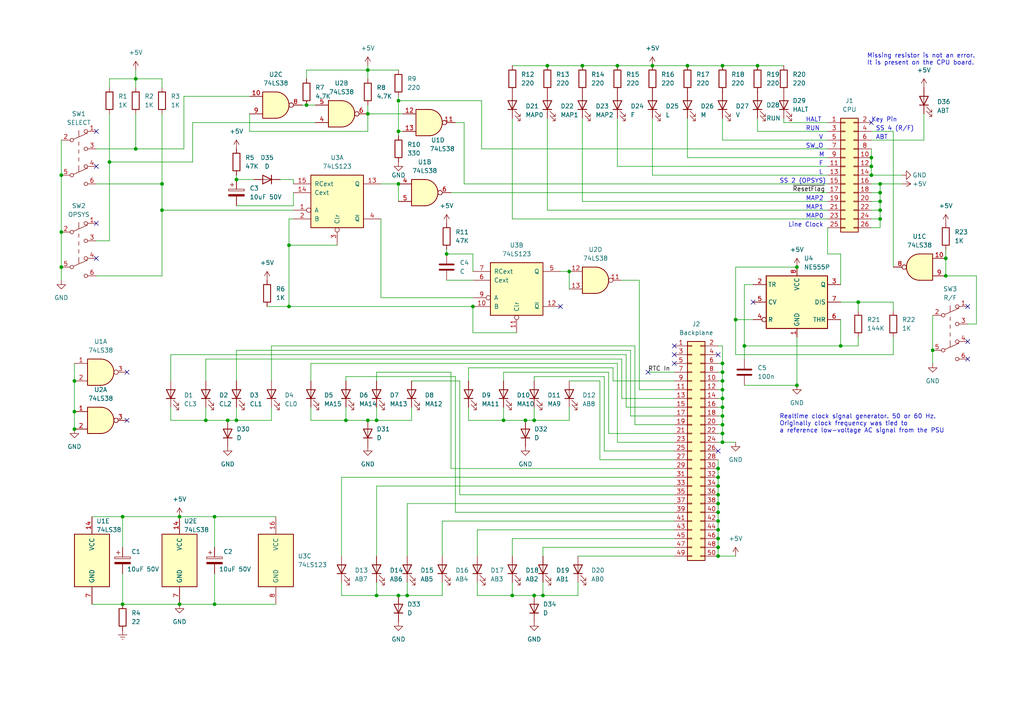
<source format=kicad_sch>
(kicad_sch (version 20211123) (generator eeschema)
  (paper "A4")
  (junction (at 68.58 121.92))
  (junction (at 208.28 146.05))
  (junction (at 137.16 88.9))
  (junction (at 209.55 110.49))
  (junction (at 21.59 110.49))
  (junction (at 209.55 19.05))
  (junction (at 168.91 19.05))
  (junction (at 109.22 172.72))
  (junction (at 31.75 46.99))
  (junction (at 209.55 120.65))
  (junction (at 255.27 55.88))
  (junction (at 209.55 113.03))
  (junction (at 106.68 33.02))
  (junction (at 274.32 80.01))
  (junction (at 52.07 149.86))
  (junction (at 199.39 19.05))
  (junction (at 83.82 71.12))
  (junction (at 46.99 53.34))
  (junction (at 208.28 158.75))
  (junction (at 88.9 30.48))
  (junction (at 17.78 50.8))
  (junction (at 21.59 124.46))
  (junction (at 83.82 88.9))
  (junction (at 109.22 121.92))
  (junction (at 255.27 63.5))
  (junction (at 208.28 143.51))
  (junction (at 252.73 45.72))
  (junction (at 35.56 149.86))
  (junction (at 157.48 172.72))
  (junction (at 129.54 73.66))
  (junction (at 35.56 175.26))
  (junction (at 152.4 121.92))
  (junction (at 270.51 101.6))
  (junction (at 208.28 140.97))
  (junction (at 209.55 107.95))
  (junction (at 219.71 19.05))
  (junction (at 255.27 58.42))
  (junction (at 189.23 19.05))
  (junction (at 209.55 115.57))
  (junction (at 106.68 20.32))
  (junction (at 148.59 172.72))
  (junction (at 154.94 172.72))
  (junction (at 17.78 77.47))
  (junction (at 208.28 138.43))
  (junction (at 68.58 52.07))
  (junction (at 209.55 125.73))
  (junction (at 208.28 156.21))
  (junction (at 21.59 119.38))
  (junction (at 179.07 19.05))
  (junction (at 208.28 151.13))
  (junction (at 118.11 172.72))
  (junction (at 231.14 77.47))
  (junction (at 115.57 38.1))
  (junction (at 209.55 118.11))
  (junction (at 115.57 29.21))
  (junction (at 255.27 53.34))
  (junction (at 215.9 100.33))
  (junction (at 66.04 121.92))
  (junction (at 158.75 19.05))
  (junction (at 146.05 121.92))
  (junction (at 115.57 53.34))
  (junction (at 274.32 74.93))
  (junction (at 231.14 111.76))
  (junction (at 208.28 153.67))
  (junction (at 17.78 67.31))
  (junction (at 208.28 148.59))
  (junction (at 62.23 175.26))
  (junction (at 154.94 121.92))
  (junction (at 209.55 105.41))
  (junction (at 39.37 43.18))
  (junction (at 252.73 50.8))
  (junction (at 115.57 172.72))
  (junction (at 248.92 87.63))
  (junction (at 213.36 92.71))
  (junction (at 100.33 121.92))
  (junction (at 252.73 48.26))
  (junction (at 52.07 175.26))
  (junction (at 46.99 60.96))
  (junction (at 165.1 78.74))
  (junction (at 59.69 121.92))
  (junction (at 243.84 100.33))
  (junction (at 62.23 149.86))
  (junction (at 209.55 123.19))
  (junction (at 255.27 60.96))
  (junction (at 208.28 161.29))
  (junction (at 209.55 128.27))
  (junction (at 39.37 22.86))
  (junction (at 106.68 121.92))
  (junction (at 208.28 135.89))
  (no_connect (at 208.28 130.81))
  (no_connect (at 280.67 88.9))
  (no_connect (at 218.44 87.63))
  (no_connect (at 280.67 99.06))
  (no_connect (at 195.58 105.41))
  (no_connect (at 208.28 102.87))
  (no_connect (at 162.56 88.9))
  (no_connect (at 36.83 121.92))
  (no_connect (at 280.67 104.14))
  (no_connect (at 27.94 48.26))
  (no_connect (at 27.94 38.1))
  (no_connect (at 195.58 100.33))
  (no_connect (at 36.83 107.95))
  (no_connect (at 252.73 35.56))
  (no_connect (at 27.94 64.77))
  (no_connect (at 27.94 74.93))
  (no_connect (at 187.96 107.95))
  (no_connect (at 195.58 102.87))
  (wire (pts (xy 209.55 123.19) (xy 209.55 120.65)))
  (wire (pts (xy 109.22 172.72) (xy 115.57 172.72)))
  (wire (pts (xy 26.67 175.26) (xy 35.56 175.26)))
  (wire (pts (xy 209.55 110.49) (xy 209.55 107.95)))
  (wire (pts (xy 72.39 38.1) (xy 106.68 38.1)))
  (wire (pts (xy 209.55 100.33) (xy 208.28 100.33)))
  (wire (pts (xy 176.53 125.73) (xy 176.53 107.95)))
  (wire (pts (xy 31.75 22.86) (xy 31.75 25.4)))
  (wire (pts (xy 83.82 88.9) (xy 83.82 71.12)))
  (wire (pts (xy 208.28 153.67) (xy 208.28 156.21)))
  (wire (pts (xy 130.81 55.88) (xy 240.03 55.88)))
  (wire (pts (xy 209.55 120.65) (xy 209.55 118.11)))
  (wire (pts (xy 152.4 121.92) (xy 154.94 121.92)))
  (wire (pts (xy 209.55 19.05) (xy 219.71 19.05)))
  (wire (pts (xy 100.33 118.11) (xy 100.33 121.92)))
  (wire (pts (xy 83.82 71.12) (xy 83.82 63.5)))
  (wire (pts (xy 27.94 43.18) (xy 39.37 43.18)))
  (wire (pts (xy 85.09 52.07) (xy 81.28 52.07)))
  (wire (pts (xy 21.59 119.38) (xy 21.59 124.46)))
  (wire (pts (xy 199.39 45.72) (xy 199.39 34.29)))
  (wire (pts (xy 175.26 109.22) (xy 154.94 109.22)))
  (wire (pts (xy 209.55 128.27) (xy 213.36 128.27)))
  (wire (pts (xy 255.27 63.5) (xy 255.27 66.04)))
  (wire (pts (xy 215.9 82.55) (xy 215.9 100.33)))
  (wire (pts (xy 274.32 74.93) (xy 274.32 80.01)))
  (wire (pts (xy 195.58 115.57) (xy 180.34 115.57)))
  (wire (pts (xy 255.27 58.42) (xy 255.27 60.96)))
  (wire (pts (xy 99.06 172.72) (xy 109.22 172.72)))
  (wire (pts (xy 115.57 29.21) (xy 139.7 29.21)))
  (wire (pts (xy 87.63 30.48) (xy 88.9 30.48)))
  (wire (pts (xy 62.23 175.26) (xy 80.01 175.26)))
  (wire (pts (xy 195.58 138.43) (xy 99.06 138.43)))
  (wire (pts (xy 138.43 172.72) (xy 148.59 172.72)))
  (wire (pts (xy 135.89 118.11) (xy 135.89 121.92)))
  (wire (pts (xy 68.58 50.8) (xy 68.58 52.07)))
  (wire (pts (xy 165.1 121.92) (xy 165.1 118.11)))
  (wire (pts (xy 68.58 52.07) (xy 73.66 52.07)))
  (wire (pts (xy 252.73 43.18) (xy 252.73 45.72)))
  (wire (pts (xy 49.53 121.92) (xy 59.69 121.92)))
  (wire (pts (xy 137.16 88.9) (xy 137.16 96.52)))
  (wire (pts (xy 243.84 100.33) (xy 248.92 100.33)))
  (wire (pts (xy 209.55 128.27) (xy 209.55 125.73)))
  (wire (pts (xy 135.89 106.68) (xy 135.89 110.49)))
  (wire (pts (xy 146.05 107.95) (xy 146.05 110.49)))
  (wire (pts (xy 31.75 33.02) (xy 31.75 46.99)))
  (wire (pts (xy 135.89 121.92) (xy 146.05 121.92)))
  (wire (pts (xy 83.82 88.9) (xy 137.16 88.9)))
  (wire (pts (xy 106.68 30.48) (xy 106.68 33.02)))
  (wire (pts (xy 185.42 81.28) (xy 185.42 113.03)))
  (wire (pts (xy 118.11 146.05) (xy 118.11 161.29)))
  (wire (pts (xy 195.58 118.11) (xy 181.61 118.11)))
  (wire (pts (xy 240.03 60.96) (xy 158.75 60.96)))
  (wire (pts (xy 168.91 58.42) (xy 168.91 34.29)))
  (wire (pts (xy 90.17 118.11) (xy 90.17 121.92)))
  (wire (pts (xy 179.07 19.05) (xy 189.23 19.05)))
  (wire (pts (xy 148.59 63.5) (xy 148.59 34.29)))
  (wire (pts (xy 208.28 120.65) (xy 209.55 120.65)))
  (wire (pts (xy 154.94 121.92) (xy 165.1 121.92)))
  (wire (pts (xy 255.27 60.96) (xy 252.73 60.96)))
  (wire (pts (xy 195.58 135.89) (xy 130.81 135.89)))
  (wire (pts (xy 139.7 43.18) (xy 240.03 43.18)))
  (wire (pts (xy 39.37 20.32) (xy 39.37 22.86)))
  (wire (pts (xy 199.39 19.05) (xy 209.55 19.05)))
  (wire (pts (xy 62.23 175.26) (xy 62.23 166.37)))
  (wire (pts (xy 208.28 110.49) (xy 209.55 110.49)))
  (wire (pts (xy 208.28 143.51) (xy 208.28 146.05)))
  (wire (pts (xy 129.54 72.39) (xy 129.54 73.66)))
  (wire (pts (xy 31.75 46.99) (xy 55.88 46.99)))
  (wire (pts (xy 189.23 19.05) (xy 199.39 19.05)))
  (wire (pts (xy 167.64 172.72) (xy 167.64 168.91)))
  (wire (pts (xy 208.28 105.41) (xy 209.55 105.41)))
  (wire (pts (xy 99.06 138.43) (xy 99.06 161.29)))
  (wire (pts (xy 209.55 40.64) (xy 209.55 34.29)))
  (wire (pts (xy 176.53 107.95) (xy 146.05 107.95)))
  (wire (pts (xy 270.51 91.44) (xy 270.51 101.6)))
  (wire (pts (xy 148.59 156.21) (xy 148.59 161.29)))
  (wire (pts (xy 240.03 66.04) (xy 240.03 73.66)))
  (wire (pts (xy 179.07 48.26) (xy 179.07 34.29)))
  (wire (pts (xy 180.34 115.57) (xy 180.34 104.14)))
  (wire (pts (xy 158.75 60.96) (xy 158.75 34.29)))
  (wire (pts (xy 173.99 133.35) (xy 195.58 133.35)))
  (wire (pts (xy 208.28 125.73) (xy 209.55 125.73)))
  (wire (pts (xy 185.42 81.28) (xy 180.34 81.28)))
  (wire (pts (xy 179.07 128.27) (xy 179.07 105.41)))
  (wire (pts (xy 90.17 121.92) (xy 100.33 121.92)))
  (wire (pts (xy 208.28 135.89) (xy 208.28 138.43)))
  (wire (pts (xy 109.22 121.92) (xy 119.38 121.92)))
  (wire (pts (xy 154.94 109.22) (xy 154.94 110.49)))
  (wire (pts (xy 243.84 92.71) (xy 243.84 100.33)))
  (wire (pts (xy 146.05 121.92) (xy 152.4 121.92)))
  (wire (pts (xy 162.56 78.74) (xy 165.1 78.74)))
  (wire (pts (xy 55.88 35.56) (xy 91.44 35.56)))
  (wire (pts (xy 99.06 168.91) (xy 99.06 172.72)))
  (wire (pts (xy 240.03 63.5) (xy 148.59 63.5)))
  (wire (pts (xy 213.36 92.71) (xy 213.36 102.87)))
  (wire (pts (xy 129.54 73.66) (xy 137.16 73.66)))
  (wire (pts (xy 68.58 59.69) (xy 85.09 59.69)))
  (wire (pts (xy 52.07 149.86) (xy 62.23 149.86)))
  (wire (pts (xy 78.74 121.92) (xy 78.74 118.11)))
  (wire (pts (xy 252.73 48.26) (xy 252.73 50.8)))
  (wire (pts (xy 181.61 102.87) (xy 49.53 102.87)))
  (wire (pts (xy 209.55 118.11) (xy 209.55 115.57)))
  (wire (pts (xy 128.27 151.13) (xy 128.27 161.29)))
  (wire (pts (xy 274.32 72.39) (xy 274.32 74.93)))
  (wire (pts (xy 90.17 105.41) (xy 90.17 110.49)))
  (wire (pts (xy 132.08 148.59) (xy 132.08 109.22)))
  (wire (pts (xy 208.28 128.27) (xy 209.55 128.27)))
  (wire (pts (xy 252.73 40.64) (xy 267.97 40.64)))
  (wire (pts (xy 182.88 120.65) (xy 195.58 120.65)))
  (wire (pts (xy 243.84 87.63) (xy 248.92 87.63)))
  (wire (pts (xy 130.81 107.95) (xy 109.22 107.95)))
  (wire (pts (xy 255.27 55.88) (xy 255.27 58.42)))
  (wire (pts (xy 27.94 53.34) (xy 46.99 53.34)))
  (wire (pts (xy 46.99 60.96) (xy 46.99 80.01)))
  (wire (pts (xy 227.33 35.56) (xy 227.33 34.29)))
  (wire (pts (xy 240.03 40.64) (xy 209.55 40.64)))
  (wire (pts (xy 255.27 53.34) (xy 252.73 53.34)))
  (wire (pts (xy 46.99 33.02) (xy 46.99 53.34)))
  (wire (pts (xy 208.28 115.57) (xy 209.55 115.57)))
  (wire (pts (xy 195.58 140.97) (xy 109.22 140.97)))
  (wire (pts (xy 195.58 153.67) (xy 138.43 153.67)))
  (wire (pts (xy 109.22 107.95) (xy 109.22 110.49)))
  (wire (pts (xy 26.67 149.86) (xy 35.56 149.86)))
  (wire (pts (xy 208.28 151.13) (xy 208.28 153.67)))
  (wire (pts (xy 49.53 102.87) (xy 49.53 110.49)))
  (wire (pts (xy 115.57 38.1) (xy 116.84 38.1)))
  (wire (pts (xy 209.55 105.41) (xy 209.55 100.33)))
  (wire (pts (xy 35.56 166.37) (xy 35.56 175.26)))
  (wire (pts (xy 243.84 73.66) (xy 243.84 82.55)))
  (wire (pts (xy 270.51 101.6) (xy 270.51 105.41)))
  (wire (pts (xy 283.21 93.98) (xy 283.21 80.01)))
  (wire (pts (xy 180.34 104.14) (xy 59.69 104.14)))
  (wire (pts (xy 208.28 158.75) (xy 208.28 161.29)))
  (wire (pts (xy 215.9 111.76) (xy 231.14 111.76)))
  (wire (pts (xy 148.59 172.72) (xy 154.94 172.72)))
  (wire (pts (xy 106.68 20.32) (xy 106.68 22.86)))
  (wire (pts (xy 21.59 105.41) (xy 21.59 110.49)))
  (wire (pts (xy 195.58 156.21) (xy 148.59 156.21)))
  (wire (pts (xy 77.47 88.9) (xy 83.82 88.9)))
  (wire (pts (xy 209.55 125.73) (xy 209.55 123.19)))
  (wire (pts (xy 219.71 38.1) (xy 240.03 38.1)))
  (wire (pts (xy 227.33 35.56) (xy 240.03 35.56)))
  (wire (pts (xy 119.38 110.49) (xy 133.35 110.49)))
  (wire (pts (xy 195.58 151.13) (xy 128.27 151.13)))
  (wire (pts (xy 132.08 109.22) (xy 100.33 109.22)))
  (wire (pts (xy 115.57 27.94) (xy 115.57 29.21)))
  (wire (pts (xy 62.23 149.86) (xy 62.23 158.75)))
  (wire (pts (xy 240.03 58.42) (xy 168.91 58.42)))
  (wire (pts (xy 208.28 140.97) (xy 208.28 143.51)))
  (wire (pts (xy 195.58 146.05) (xy 118.11 146.05)))
  (wire (pts (xy 138.43 153.67) (xy 138.43 161.29)))
  (wire (pts (xy 83.82 71.12) (xy 97.79 71.12)))
  (wire (pts (xy 148.59 19.05) (xy 158.75 19.05)))
  (wire (pts (xy 115.57 38.1) (xy 115.57 39.37)))
  (wire (pts (xy 283.21 80.01) (xy 274.32 80.01)))
  (wire (pts (xy 148.59 168.91) (xy 148.59 172.72)))
  (wire (pts (xy 158.75 19.05) (xy 168.91 19.05)))
  (wire (pts (xy 208.28 133.35) (xy 208.28 135.89)))
  (wire (pts (xy 59.69 104.14) (xy 59.69 110.49)))
  (wire (pts (xy 106.68 19.05) (xy 106.68 20.32)))
  (wire (pts (xy 248.92 90.17) (xy 248.92 87.63)))
  (wire (pts (xy 21.59 110.49) (xy 21.59 119.38)))
  (wire (pts (xy 209.55 113.03) (xy 209.55 110.49)))
  (wire (pts (xy 248.92 87.63) (xy 259.08 87.63)))
  (wire (pts (xy 46.99 53.34) (xy 46.99 60.96)))
  (wire (pts (xy 255.27 58.42) (xy 252.73 58.42)))
  (wire (pts (xy 208.28 123.19) (xy 209.55 123.19)))
  (wire (pts (xy 181.61 118.11) (xy 181.61 102.87)))
  (wire (pts (xy 133.35 143.51) (xy 195.58 143.51)))
  (wire (pts (xy 88.9 20.32) (xy 88.9 22.86)))
  (wire (pts (xy 231.14 111.76) (xy 231.14 97.79)))
  (wire (pts (xy 240.03 53.34) (xy 134.62 53.34)))
  (wire (pts (xy 46.99 22.86) (xy 46.99 25.4)))
  (wire (pts (xy 68.58 121.92) (xy 78.74 121.92)))
  (wire (pts (xy 259.08 87.63) (xy 259.08 90.17)))
  (wire (pts (xy 115.57 29.21) (xy 115.57 38.1)))
  (wire (pts (xy 17.78 50.8) (xy 17.78 67.31)))
  (wire (pts (xy 66.04 121.92) (xy 68.58 121.92)))
  (wire (pts (xy 218.44 82.55) (xy 215.9 82.55)))
  (wire (pts (xy 177.8 110.49) (xy 177.8 106.68)))
  (wire (pts (xy 208.28 161.29) (xy 213.36 161.29)))
  (wire (pts (xy 100.33 121.92) (xy 106.68 121.92)))
  (wire (pts (xy 149.86 96.52) (xy 137.16 96.52)))
  (wire (pts (xy 106.68 38.1) (xy 106.68 33.02)))
  (wire (pts (xy 219.71 19.05) (xy 227.33 19.05)))
  (wire (pts (xy 139.7 29.21) (xy 139.7 43.18)))
  (wire (pts (xy 267.97 33.02) (xy 267.97 40.64)))
  (wire (pts (xy 31.75 22.86) (xy 39.37 22.86)))
  (wire (pts (xy 68.58 101.6) (xy 68.58 110.49)))
  (wire (pts (xy 208.28 113.03) (xy 209.55 113.03)))
  (wire (pts (xy 195.58 113.03) (xy 185.42 113.03)))
  (wire (pts (xy 195.58 130.81) (xy 175.26 130.81)))
  (wire (pts (xy 31.75 46.99) (xy 31.75 69.85)))
  (wire (pts (xy 240.03 73.66) (xy 243.84 73.66)))
  (wire (pts (xy 240.03 48.26) (xy 179.07 48.26)))
  (wire (pts (xy 209.55 107.95) (xy 209.55 105.41)))
  (wire (pts (xy 133.35 143.51) (xy 133.35 110.49)))
  (wire (pts (xy 118.11 172.72) (xy 128.27 172.72)))
  (wire (pts (xy 154.94 172.72) (xy 157.48 172.72)))
  (wire (pts (xy 85.09 59.69) (xy 85.09 55.88)))
  (wire (pts (xy 110.49 86.36) (xy 110.49 63.5)))
  (wire (pts (xy 146.05 118.11) (xy 146.05 121.92)))
  (wire (pts (xy 78.74 100.33) (xy 78.74 110.49)))
  (wire (pts (xy 184.15 100.33) (xy 78.74 100.33)))
  (wire (pts (xy 59.69 121.92) (xy 66.04 121.92)))
  (wire (pts (xy 255.27 63.5) (xy 252.73 63.5)))
  (wire (pts (xy 119.38 121.92) (xy 119.38 118.11)))
  (wire (pts (xy 83.82 63.5) (xy 85.09 63.5)))
  (wire (pts (xy 100.33 109.22) (xy 100.33 110.49)))
  (wire (pts (xy 85.09 53.34) (xy 85.09 52.07)))
  (wire (pts (xy 129.54 81.28) (xy 137.16 81.28)))
  (wire (pts (xy 255.27 53.34) (xy 261.62 53.34)))
  (wire (pts (xy 255.27 53.34) (xy 255.27 55.88)))
  (wire (pts (xy 208.28 148.59) (xy 208.28 151.13)))
  (wire (pts (xy 168.91 19.05) (xy 179.07 19.05)))
  (wire (pts (xy 213.36 77.47) (xy 213.36 92.71)))
  (wire (pts (xy 106.68 20.32) (xy 115.57 20.32)))
  (wire (pts (xy 195.58 158.75) (xy 157.48 158.75)))
  (wire (pts (xy 187.96 107.95) (xy 195.58 107.95)))
  (wire (pts (xy 195.58 110.49) (xy 177.8 110.49)))
  (wire (pts (xy 59.69 118.11) (xy 59.69 121.92)))
  (wire (pts (xy 132.08 35.56) (xy 134.62 35.56)))
  (wire (pts (xy 68.58 101.6) (xy 182.88 101.6)))
  (wire (pts (xy 208.28 118.11) (xy 209.55 118.11)))
  (wire (pts (xy 109.22 140.97) (xy 109.22 161.29)))
  (wire (pts (xy 118.11 168.91) (xy 118.11 172.72)))
  (wire (pts (xy 213.36 92.71) (xy 218.44 92.71)))
  (wire (pts (xy 46.99 60.96) (xy 85.09 60.96)))
  (wire (pts (xy 128.27 172.72) (xy 128.27 168.91)))
  (wire (pts (xy 259.08 102.87) (xy 213.36 102.87)))
  (wire (pts (xy 209.55 115.57) (xy 209.55 113.03)))
  (wire (pts (xy 137.16 73.66) (xy 137.16 78.74)))
  (wire (pts (xy 231.14 77.47) (xy 213.36 77.47)))
  (wire (pts (xy 31.75 69.85) (xy 27.94 69.85)))
  (wire (pts (xy 35.56 149.86) (xy 52.07 149.86)))
  (wire (pts (xy 17.78 77.47) (xy 17.78 81.28)))
  (wire (pts (xy 157.48 172.72) (xy 167.64 172.72)))
  (wire (pts (xy 208.28 138.43) (xy 208.28 140.97)))
  (wire (pts (xy 72.39 33.02) (xy 72.39 38.1)))
  (wire (pts (xy 173.99 110.49) (xy 165.1 110.49)))
  (wire (pts (xy 88.9 20.32) (xy 106.68 20.32)))
  (wire (pts (xy 17.78 67.31) (xy 17.78 77.47)))
  (wire (pts (xy 109.22 168.91) (xy 109.22 172.72)))
  (wire (pts (xy 109.22 118.11) (xy 109.22 121.92)))
  (wire (pts (xy 157.48 168.91) (xy 157.48 172.72)))
  (wire (pts (xy 68.58 118.11) (xy 68.58 121.92)))
  (wire (pts (xy 215.9 100.33) (xy 215.9 104.14)))
  (wire (pts (xy 255.27 66.04) (xy 252.73 66.04)))
  (wire (pts (xy 52.07 175.26) (xy 62.23 175.26)))
  (wire (pts (xy 215.9 100.33) (xy 243.84 100.33)))
  (wire (pts (xy 88.9 30.48) (xy 91.44 30.48)))
  (wire (pts (xy 154.94 118.11) (xy 154.94 121.92)))
  (wire (pts (xy 49.53 118.11) (xy 49.53 121.92)))
  (wire (pts (xy 55.88 35.56) (xy 55.88 46.99)))
  (wire (pts (xy 252.73 50.8) (xy 261.62 50.8)))
  (wire (pts (xy 182.88 101.6) (xy 182.88 120.65)))
  (wire (pts (xy 165.1 78.74) (xy 165.1 83.82)))
  (wire (pts (xy 138.43 168.91) (xy 138.43 172.72)))
  (wire (pts (xy 208.28 107.95) (xy 209.55 107.95)))
  (wire (pts (xy 240.03 45.72) (xy 199.39 45.72)))
  (wire (pts (xy 167.64 161.29) (xy 195.58 161.29)))
  (wire (pts (xy 39.37 22.86) (xy 39.37 25.4)))
  (wire (pts (xy 115.57 53.34) (xy 115.57 58.42)))
  (wire (pts (xy 195.58 148.59) (xy 132.08 148.59)))
  (wire (pts (xy 255.27 60.96) (xy 255.27 63.5)))
  (wire (pts (xy 39.37 43.18) (xy 39.37 33.02)))
  (wire (pts (xy 39.37 43.18) (xy 53.34 43.18)))
  (wire (pts (xy 248.92 100.33) (xy 248.92 97.79)))
  (wire (pts (xy 280.67 93.98) (xy 283.21 93.98)))
  (wire (pts (xy 195.58 128.27) (xy 179.07 128.27)))
  (wire (pts (xy 110.49 53.34) (xy 115.57 53.34)))
  (wire (pts (xy 115.57 172.72) (xy 118.11 172.72)))
  (wire (pts (xy 179.07 105.41) (xy 90.17 105.41)))
  (wire (pts (xy 106.68 33.02) (xy 116.84 33.02)))
  (wire (pts (xy 137.16 86.36) (xy 110.49 86.36)))
  (wire (pts (xy 259.08 38.1) (xy 259.08 77.47)))
  (wire (pts (xy 195.58 125.73) (xy 176.53 125.73)))
  (wire (pts (xy 189.23 50.8) (xy 189.23 34.29)))
  (wire (pts (xy 208.28 146.05) (xy 208.28 148.59)))
  (wire (pts (xy 157.48 158.75) (xy 157.48 161.29)))
  (wire (pts (xy 259.08 38.1) (xy 252.73 38.1)))
  (wire (pts (xy 208.28 156.21) (xy 208.28 158.75)))
  (wire (pts (xy 255.27 55.88) (xy 252.73 55.88)))
  (wire (pts (xy 17.78 40.64) (xy 17.78 50.8)))
  (wire (pts (xy 177.8 106.68) (xy 135.89 106.68)))
  (wire (pts (xy 35.56 175.26) (xy 52.07 175.26)))
  (wire (pts (xy 134.62 53.34) (xy 134.62 35.56)))
  (wire (pts (xy 72.39 27.94) (xy 53.34 27.94)))
  (wire (pts (xy 35.56 149.86) (xy 35.56 158.75)))
  (wire (pts (xy 106.68 121.92) (xy 109.22 121.92)))
  (wire (pts (xy 46.99 80.01) (xy 27.94 80.01)))
  (wire (pts (xy 62.23 149.86) (xy 80.01 149.86)))
  (wire (pts (xy 240.03 50.8) (xy 189.23 50.8)))
  (wire (pts (xy 259.08 97.79) (xy 259.08 102.87)))
  (wire (pts (xy 195.58 123.19) (xy 184.15 123.19)))
  (wire (pts (xy 184.15 123.19) (xy 184.15 100.33)))
  (wire (pts (xy 130.81 135.89) (xy 130.81 107.95)))
  (wire (pts (xy 53.34 27.94) (xy 53.34 43.18)))
  (wire (pts (xy 39.37 22.86) (xy 46.99 22.86)))
  (wire (pts (xy 173.99 133.35) (xy 173.99 110.49)))
  (wire (pts (xy 252.73 45.72) (xy 252.73 48.26)))
  (wire (pts (xy 175.26 130.81) (xy 175.26 109.22)))
  (wire (pts (xy 219.71 38.1) (xy 219.71 34.29)))
  (text "RUN" (at 233.68 38.1 0) (effects (font (size 1.27 1.27)) (justify left bottom)))
  (text "Realtime clock signal generator. 50 or 60 Hz.\nOriginally clock frequency was tied to\na reference low-voltage AC signal from the PSU" (at 226.06 125.73 0) (effects (font (size 1.27 1.27)) (justify left bottom)))
  (text "L" (at 237.49 50.8 0) (effects (font (size 1.27 1.27)) (justify left bottom)))
  (text "MAP1" (at 233.68 60.96 0) (effects (font (size 1.27 1.27)) (justify left bottom)))
  (text "HALT" (at 233.68 35.56 0) (effects (font (size 1.27 1.27)) (justify left bottom)))
  (text "Key Pin" (at 252.73 35.56 0) (effects (font (size 1.27 1.27)) (justify left bottom)))
  (text "Missing resistor is not an error.\nIt is present on the CPU board." (at 251.46 19.05 0) (effects (font (size 1.27 1.27)) (justify left bottom)))
  (text "V" (at 237.49 40.64 0) (effects (font (size 1.27 1.27)) (justify left bottom)))
  (text "SS 2 (OPSYS)" (at 226.06 53.34 0) (effects (font (size 1.27 1.27)) (justify left bottom)))
  (text "M" (at 237.49 45.72 0) (effects (font (size 1.27 1.27)) (justify left bottom)))
  (text "SS 4 (R/F)" (at 254 38.1 0) (effects (font (size 1.27 1.27)) (justify left bottom)))
  (text "F" (at 237.49 48.26 0) (effects (font (size 1.27 1.27)) (justify left bottom)))
  (text "ABT" (at 254 40.64 0) (effects (font (size 1.27 1.27)) (justify left bottom)))
  (text "Line Clock" (at 228.6 66.04 0) (effects (font (size 1.27 1.27)) (justify left bottom)))
  (text "SW_O" (at 233.68 43.18 0) (effects (font (size 1.27 1.27)) (justify left bottom)))
  (text "MAP0" (at 233.68 63.5 0) (effects (font (size 1.27 1.27)) (justify left bottom)))
  (text "MAP2" (at 233.68 58.42 0) (effects (font (size 1.27 1.27)) (justify left bottom)))
  (label "~{ResetFlag}" (at 229.87 55.88 0))
  (label "RTC In" (at 187.96 107.95 0))
  (symbol (lib_id "Device:C_Polarized") (at 35.56 162.56 0) (unit 1)
    (property "Reference" "C1" (at 38.1 160.02 0) (effects (justify left)))
    (property "Value" "10uF 50V" (at 36.83 165.1 0) (effects (justify left)))
    (property "Footprint" "Capacitor_THT:CP_Radial_D8.0mm_P3.50mm" (effects hide))
  )
  (symbol (lib_id "Switch:SW_Push_DPDT") (at 22.86 72.39 0) (unit 1)
    (property "Reference" "SW2" (at 22.86 59.69 0))
    (property "Value" "OPSYS" (at 22.86 62.23 0))
  )
  (symbol (lib_id "power:GND") (at 213.36 128.27 0) (unit 1)
    (property "Reference" "#PWR0121" (effects hide))
    (property "Value" "GND" (at 213.36 133.35 0))
  )
  (symbol (lib_id "Device:LED") (at 199.39 30.48 90) (unit 1)
    (property "Reference" "D26" (at 203.2 30.7974 90) (effects (justify right)))
    (property "Value" "M" (at 203.2 33.3374 90) (effects (justify right)))
    (property "Footprint" "LED_THT:LED_D5.0mm" (effects hide))
  )
  (symbol (lib_id "Device:LED") (at 49.53 114.3 90) (unit 1)
    (property "Reference" "D1" (at 53.34 114.6174 90) (effects (justify right)))
    (property "Value" "CL3" (at 53.34 117.1574 90) (effects (justify right)))
    (property "Footprint" "LED_THT:LED_D5.0mm" (effects hide))
  )
  (symbol (lib_id "Device:LED") (at 219.71 30.48 90) (unit 1)
    (property "Reference" "D28" (at 222.25 30.48 90) (effects (justify right)))
    (property "Value" "RUN" (at 222.25 34.29 90) (effects (justify right)))
    (property "Footprint" "LED_THT:LED_D5.0mm" (effects hide))
  )
  (symbol (lib_id "power:GND") (at 21.59 124.46 0) (unit 1)
    (property "Reference" "#PWR0113" (effects hide))
    (property "Value" "GND" (at 21.59 129.54 0))
  )
  (symbol (lib_id "Device:R") (at 115.57 24.13 0) (unit 1)
    (property "Reference" "R9" (at 118.11 22.8599 0) (effects (justify left)))
    (property "Value" "220" (at 118.11 25.3999 0) (effects (justify left)))
    (property "Footprint" "Resistor_THT:R_Axial_DIN0207_L6.3mm_D2.5mm_P10.16mm_Horizontal" (effects hide))
  )
  (symbol (lib_id "Device:LED") (at 165.1 114.3 90) (unit 1)
    (property "Reference" "D12" (at 168.91 114.6174 90) (effects (justify right)))
    (property "Value" "AB8" (at 168.91 117.1574 90) (effects (justify right)))
    (property "Footprint" "LED_THT:LED_D5.0mm" (effects hide))
  )
  (symbol (lib_id "Device:LED") (at 128.27 165.1 90) (unit 1)
    (property "Reference" "D16" (at 132.08 165.4174 90) (effects (justify right)))
    (property "Value" "AB4" (at 132.08 167.9574 90) (effects (justify right)))
    (property "Footprint" "LED_THT:LED_D5.0mm" (effects hide))
  )
  (symbol (lib_id "Device:C") (at 215.9 107.95 0) (unit 1)
    (property "Reference" "C5" (at 219.71 106.6799 0) (effects (justify left)))
    (property "Value" "100n" (at 219.71 109.2199 0) (effects (justify left)))
    (property "Footprint" "Capacitor_THT:C_Disc_D4.3mm_W1.9mm_P5.00mm" (effects hide))
  )
  (symbol (lib_id "power:GND") (at 66.04 129.54 0) (unit 1)
    (property "Reference" "#PWR0112" (effects hide))
    (property "Value" "GND" (at 66.04 134.62 0))
  )
  (symbol (lib_id "74xx:74LS38") (at 123.19 55.88 0) (unit 2)
    (property "Reference" "U1" (at 123.19 46.99 0))
    (property "Value" "74LS38" (at 123.19 49.53 0))
    (property "Footprint" "Package_DIP:DIP-14_W7.62mm" (effects hide))
    (property "Datasheet" "http://www.ti.com/lit/gpn/sn74LS38" (effects hide))
  )
  (symbol (lib_id "power:GND") (at 231.14 111.76 0) (unit 1)
    (property "Reference" "#PWR0117" (effects hide))
    (property "Value" "GND" (at 231.14 116.84 0))
  )
  (symbol (lib_id "Device:R") (at 209.55 22.86 0) (unit 1)
    (property "Reference" "R18" (at 212.09 21.5899 0) (effects (justify left)))
    (property "Value" "220" (at 212.09 24.1299 0) (effects (justify left)))
    (property "Footprint" "Resistor_THT:R_Axial_DIN0207_L6.3mm_D2.5mm_P10.16mm_Horizontal" (effects hide))
  )
  (symbol (lib_id "Device:D") (at 152.4 125.73 90) (unit 1)
    (property "Reference" "D32" (at 154.94 124.4599 90) (effects (justify right)))
    (property "Value" "D" (at 154.94 126.9999 90) (effects (justify right)))
    (property "Footprint" "Diode_THT:D_A-405_P7.62mm_Horizontal" (effects hide))
  )
  (symbol (lib_id "Device:C_Polarized") (at 62.23 162.56 0) (unit 1)
    (property "Reference" "C2" (at 64.77 160.02 0) (effects (justify left)))
    (property "Value" "10uF 50V" (at 63.5 165.1 0) (effects (justify left)))
    (property "Footprint" "Capacitor_THT:CP_Radial_D8.0mm_P3.50mm" (effects hide))
  )
  (symbol (lib_id "Timer:NE555P") (at 231.14 87.63 0) (unit 1)
    (property "Reference" "U4" (at 233.1594 74.93 0) (effects (justify left)))
    (property "Value" "NE555P" (at 233.1594 77.47 0) (effects (justify left)))
    (property "Footprint" "Package_DIP:DIP-8_W7.62mm" (effects hide))
    (property "Datasheet" "http://www.ti.com/lit/ds/symlink/ne555.pdf" (effects hide))
  )
  (symbol (lib_id "power:+5V") (at 189.23 19.05 0) (unit 1)
    (property "Reference" "#PWR0104" (effects hide))
    (property "Value" "+5V" (at 189.23 13.97 0))
  )
  (symbol (lib_id "Device:R") (at 219.71 22.86 0) (unit 1)
    (property "Reference" "R19" (at 222.25 21.5899 0) (effects (justify left)))
    (property "Value" "220" (at 222.25 24.1299 0) (effects (justify left)))
    (property "Footprint" "Resistor_THT:R_Axial_DIN0207_L6.3mm_D2.5mm_P10.16mm_Horizontal" (effects hide))
  )
  (symbol (lib_id "Device:LED") (at 179.07 30.48 90) (unit 1)
    (property "Reference" "D24" (at 182.88 30.7974 90) (effects (justify right)))
    (property "Value" "F" (at 182.88 33.3374 90) (effects (justify right)))
    (property "Footprint" "LED_THT:LED_D5.0mm" (effects hide))
  )
  (symbol (lib_id "power:GND") (at 261.62 50.8 90) (unit 1)
    (property "Reference" "#PWR0124" (effects hide))
    (property "Value" "GND" (at 266.7 50.8 90))
  )
  (symbol (lib_id "Device:R") (at 129.54 68.58 0) (unit 1)
    (property "Reference" "R11" (at 132.08 67.3099 0) (effects (justify left)))
    (property "Value" "47K" (at 132.08 69.8499 0) (effects (justify left)))
    (property "Footprint" "Resistor_THT:R_Axial_DIN0207_L6.3mm_D2.5mm_P10.16mm_Horizontal" (effects hide))
  )
  (symbol (lib_id "Device:LED") (at 157.48 165.1 90) (unit 1)
    (property "Reference" "D19" (at 161.29 165.4174 90) (effects (justify right)))
    (property "Value" "AB1" (at 161.29 167.9574 90) (effects (justify right)))
    (property "Footprint" "LED_THT:LED_D5.0mm" (effects hide))
  )
  (symbol (lib_id "Device:D") (at 106.68 125.73 90) (unit 1)
    (property "Reference" "D31" (at 109.22 124.4599 90) (effects (justify right)))
    (property "Value" "D" (at 109.22 126.9999 90) (effects (justify right)))
    (property "Footprint" "Diode_THT:D_A-405_P7.62mm_Horizontal" (effects hide))
  )
  (symbol (lib_id "Device:R") (at 158.75 22.86 0) (unit 1)
    (property "Reference" "R13" (at 161.29 21.5899 0) (effects (justify left)))
    (property "Value" "220" (at 161.29 24.1299 0) (effects (justify left)))
    (property "Footprint" "Resistor_THT:R_Axial_DIN0207_L6.3mm_D2.5mm_P10.16mm_Horizontal" (effects hide))
  )
  (symbol (lib_id "Device:R") (at 68.58 46.99 0) (unit 1)
    (property "Reference" "R5" (at 71.12 45.7199 0) (effects (justify left)))
    (property "Value" "47K" (at 71.12 48.2599 0) (effects (justify left)))
    (property "Footprint" "Resistor_THT:R_Axial_DIN0207_L6.3mm_D2.5mm_P10.16mm_Horizontal" (effects hide))
  )
  (symbol (lib_id "Device:R") (at 106.68 26.67 0) (unit 1)
    (property "Reference" "R8" (at 109.22 25.3999 0) (effects (justify left)))
    (property "Value" "4.7K" (at 109.22 27.9399 0) (effects (justify left)))
    (property "Footprint" "Resistor_THT:R_Axial_DIN0207_L6.3mm_D2.5mm_P10.16mm_Horizontal" (effects hide))
  )
  (symbol (lib_id "74xx:74LS38") (at 52.07 162.56 0) (unit 5)
    (property "Reference" "U2" (at 53.34 151.13 0) (effects (justify left)))
    (property "Value" "74LS38" (at 53.34 153.67 0) (effects (justify left)))
    (property "Footprint" "Package_DIP:DIP-14_W7.62mm" (effects hide))
    (property "Datasheet" "http://www.ti.com/lit/gpn/sn74LS38" (effects hide))
  )
  (symbol (lib_id "Device:R") (at 227.33 22.86 0) (unit 1)
    (property "Reference" "R20" (at 229.87 21.5899 0) (effects (justify left)))
    (property "Value" "220" (at 229.87 24.1299 0) (effects (justify left)))
    (property "Footprint" "Resistor_THT:R_Axial_DIN0207_L6.3mm_D2.5mm_P10.16mm_Horizontal" (effects hide))
  )
  (symbol (lib_id "Device:LED") (at 148.59 165.1 90) (unit 1)
    (property "Reference" "D18" (at 152.4 165.4174 90) (effects (justify right)))
    (property "Value" "AB2" (at 152.4 167.9574 90) (effects (justify right)))
    (property "Footprint" "LED_THT:LED_D5.0mm" (effects hide))
  )
  (symbol (lib_id "Device:LED") (at 267.97 29.21 90) (unit 1)
    (property "Reference" "D36" (at 271.78 29.5274 90) (effects (justify right)))
    (property "Value" "ABT" (at 271.78 32.0674 90) (effects (justify right)))
    (property "Footprint" "LED_THT:LED_D5.0mm" (effects hide))
  )
  (symbol (lib_id "Device:R") (at 189.23 22.86 0) (unit 1)
    (property "Reference" "R16" (at 191.77 21.5899 0) (effects (justify left)))
    (property "Value" "220" (at 191.77 24.1299 0) (effects (justify left)))
    (property "Footprint" "Resistor_THT:R_Axial_DIN0207_L6.3mm_D2.5mm_P10.16mm_Horizontal" (effects hide))
  )
  (symbol (lib_id "Device:LED") (at 167.64 165.1 90) (unit 1)
    (property "Reference" "D20" (at 171.45 165.4174 90) (effects (justify right)))
    (property "Value" "AB0" (at 171.45 167.9574 90) (effects (justify right)))
    (property "Footprint" "LED_THT:LED_D5.0mm" (effects hide))
  )
  (symbol (lib_id "Device:R") (at 274.32 68.58 180) (unit 1)
    (property "Reference" "R23" (at 276.86 67.3099 0) (effects (justify right)))
    (property "Value" "1K" (at 276.86 69.8499 0) (effects (justify right)))
    (property "Footprint" "Resistor_THT:R_Axial_DIN0207_L6.3mm_D2.5mm_P10.16mm_Horizontal" (effects hide))
  )
  (symbol (lib_id "Device:LED") (at 209.55 30.48 90) (unit 1)
    (property "Reference" "D27" (at 213.36 30.7974 90) (effects (justify right)))
    (property "Value" "V" (at 213.36 33.3374 90) (effects (justify right)))
    (property "Footprint" "LED_THT:LED_D5.0mm" (effects hide))
  )
  (symbol (lib_id "Switch:SW_Push_DPDT") (at 22.86 45.72 0) (unit 1)
    (property "Reference" "SW1" (at 22.86 33.02 0))
    (property "Value" "SELECT" (at 22.86 35.56 0))
  )
  (symbol (lib_id "Device:R") (at 148.59 22.86 0) (unit 1)
    (property "Reference" "R12" (at 151.13 21.5899 0) (effects (justify left)))
    (property "Value" "220" (at 151.13 24.1299 0) (effects (justify left)))
    (property "Footprint" "Resistor_THT:R_Axial_DIN0207_L6.3mm_D2.5mm_P10.16mm_Horizontal" (effects hide))
  )
  (symbol (lib_id "Device:LED") (at 135.89 114.3 90) (unit 1)
    (property "Reference" "D9" (at 139.7 114.6174 90) (effects (justify right)))
    (property "Value" "MA11" (at 139.7 117.1574 90) (effects (justify right)))
    (property "Footprint" "LED_THT:LED_D5.0mm" (effects hide))
  )
  (symbol (lib_id "74xx:74LS38") (at 172.72 81.28 0) (unit 4)
    (property "Reference" "U2" (at 172.72 72.39 0))
    (property "Value" "74LS38" (at 172.72 74.93 0))
    (property "Footprint" "Package_DIP:DIP-14_W7.62mm" (effects hide))
    (property "Datasheet" "http://www.ti.com/lit/gpn/sn74LS38" (effects hide))
  )
  (symbol (lib_id "Device:LED") (at 118.11 165.1 90) (unit 1)
    (property "Reference" "D15" (at 121.92 165.4174 90) (effects (justify right)))
    (property "Value" "AB5" (at 121.92 167.9574 90) (effects (justify right)))
    (property "Footprint" "LED_THT:LED_D5.0mm" (effects hide))
  )
  (symbol (lib_id "Switch:SW_Push_DPDT") (at 275.59 96.52 0) (unit 1)
    (property "Reference" "SW3" (at 275.59 83.82 0))
    (property "Value" "R/F" (at 275.59 86.36 0))
  )
  (symbol (lib_id "Device:R") (at 248.92 93.98 0) (unit 1)
    (property "Reference" "R21" (at 251.46 92.7099 0) (effects (justify left)))
    (property "Value" "144K" (at 251.46 95.2499 0) (effects (justify left)))
    (property "Footprint" "Resistor_THT:R_Axial_DIN0207_L6.3mm_D2.5mm_P10.16mm_Horizontal" (effects hide))
  )
  (symbol (lib_id "Device:LED") (at 59.69 114.3 90) (unit 1)
    (property "Reference" "D2" (at 63.5 114.6174 90) (effects (justify right)))
    (property "Value" "CL2" (at 63.5 117.1574 90) (effects (justify right)))
    (property "Footprint" "LED_THT:LED_D5.0mm" (effects hide))
  )
  (symbol (lib_id "Device:R") (at 199.39 22.86 0) (unit 1)
    (property "Reference" "R17" (at 201.93 21.5899 0) (effects (justify left)))
    (property "Value" "220" (at 201.93 24.1299 0) (effects (justify left)))
    (property "Footprint" "Resistor_THT:R_Axial_DIN0207_L6.3mm_D2.5mm_P10.16mm_Horizontal" (effects hide))
  )
  (symbol (lib_id "power:GND") (at 52.07 175.26 0) (unit 1)
    (property "Reference" "#PWR0114" (effects hide))
    (property "Value" "GND" (at 52.07 180.34 0))
  )
  (symbol (lib_id "power:+5V") (at 213.36 161.29 0) (unit 1)
    (property "Reference" "#PWR0120" (effects hide))
    (property "Value" "+5V" (at 213.36 156.21 0))
  )
  (symbol (lib_id "Device:R") (at 88.9 26.67 0) (unit 1)
    (property "Reference" "R7" (at 91.44 25.3999 0) (effects (justify left)))
    (property "Value" "4.7K" (at 91.44 27.9399 0) (effects (justify left)))
    (property "Footprint" "Resistor_THT:R_Axial_DIN0207_L6.3mm_D2.5mm_P10.16mm_Horizontal" (effects hide))
  )
  (symbol (lib_id "Device:R") (at 77.47 85.09 0) (unit 1)
    (property "Reference" "R6" (at 80.01 83.8199 0) (effects (justify left)))
    (property "Value" "1K" (at 80.01 86.3599 0) (effects (justify left)))
    (property "Footprint" "Resistor_THT:R_Axial_DIN0207_L6.3mm_D2.5mm_P10.16mm_Horizontal" (effects hide))
  )
  (symbol (lib_id "Device:R") (at 115.57 43.18 0) (unit 1)
    (property "Reference" "R10" (at 118.11 41.9099 0) (effects (justify left)))
    (property "Value" "330" (at 118.11 44.4499 0) (effects (justify left)))
    (property "Footprint" "Resistor_THT:R_Axial_DIN0207_L6.3mm_D2.5mm_P10.16mm_Horizontal" (effects hide))
  )
  (symbol (lib_id "74xx:74LS38") (at 29.21 121.92 0) (unit 1)
    (property "Reference" "U2" (at 29.21 113.03 0))
    (property "Value" "74LS38" (at 29.21 115.57 0))
    (property "Footprint" "Package_DIP:DIP-14_W7.62mm" (effects hide))
    (property "Datasheet" "http://www.ti.com/lit/gpn/sn74LS38" (effects hide))
  )
  (symbol (lib_id "74xx:74LS123") (at 149.86 83.82 0) (unit 2)
    (property "Reference" "U3" (at 149.86 71.12 0))
    (property "Value" "74LS123" (at 149.86 73.66 0))
    (property "Footprint" "Package_DIP:DIP-16_W7.62mm" (effects hide))
    (property "Datasheet" "http://www.ti.com/lit/gpn/sn74LS123" (effects hide))
  )
  (symbol (lib_id "power:+5V") (at 129.54 64.77 0) (unit 1)
    (property "Reference" "#PWR0106" (effects hide))
    (property "Value" "+5V" (at 129.54 59.69 0))
  )
  (symbol (lib_id "Device:LED") (at 148.59 30.48 90) (unit 1)
    (property "Reference" "D21" (at 152.4 30.7974 90) (effects (justify right)))
    (property "Value" "MAP0" (at 152.4 33.3374 90) (effects (justify right)))
    (property "Footprint" "LED_THT:LED_D5.0mm" (effects hide))
  )
  (symbol (lib_id "power:+5V") (at 106.68 19.05 0) (unit 1)
    (property "Reference" "#PWR0103" (effects hide))
    (property "Value" "+5V" (at 106.68 13.97 0))
  )
  (symbol (lib_id "power:GND") (at 270.51 105.41 0) (unit 1)
    (property "Reference" "#PWR0122" (effects hide))
    (property "Value" "GND" (at 270.51 110.49 0))
  )
  (symbol (lib_id "Device:LED") (at 100.33 114.3 90) (unit 1)
    (property "Reference" "D6" (at 104.14 114.6174 90) (effects (justify right)))
    (property "Value" "MA14" (at 104.14 117.1574 90) (effects (justify right)))
    (property "Footprint" "LED_THT:LED_D5.0mm" (effects hide))
  )
  (symbol (lib_id "Device:R") (at 31.75 29.21 0) (unit 1)
    (property "Reference" "R1" (at 34.29 27.9399 0) (effects (justify left)))
    (property "Value" "1K" (at 34.29 30.4799 0) (effects (justify left)))
    (property "Footprint" "Resistor_THT:R_Axial_DIN0207_L6.3mm_D2.5mm_P10.16mm_Horizontal" (effects hide))
  )
  (symbol (lib_id "power:GND") (at 115.57 180.34 0) (unit 1)
    (property "Reference" "#PWR0102" (effects hide))
    (property "Value" "GND" (at 115.57 185.42 0))
  )
  (symbol (lib_id "Device:LED") (at 90.17 114.3 90) (unit 1)
    (property "Reference" "D5" (at 93.98 114.6174 90) (effects (justify right)))
    (property "Value" "MA15" (at 93.98 117.1574 90) (effects (justify right)))
    (property "Footprint" "LED_THT:LED_D5.0mm" (effects hide))
  )
  (symbol (lib_id "74xx:74LS123") (at 97.79 58.42 0) (unit 1)
    (property "Reference" "U3" (at 97.79 45.72 0))
    (property "Value" "74LS123" (at 97.79 48.26 0))
    (property "Footprint" "Package_DIP:DIP-16_W7.62mm" (effects hide))
    (property "Datasheet" "http://www.ti.com/lit/gpn/sn74LS123" (effects hide))
  )
  (symbol (lib_id "Device:R") (at 46.99 29.21 0) (unit 1)
    (property "Reference" "R3" (at 49.53 27.9399 0) (effects (justify left)))
    (property "Value" "1K" (at 49.53 30.4799 0) (effects (justify left)))
    (property "Footprint" "Resistor_THT:R_Axial_DIN0207_L6.3mm_D2.5mm_P10.16mm_Horizontal" (effects hide))
  )
  (symbol (lib_id "Device:C_Polarized") (at 68.58 55.88 0) (unit 1)
    (property "Reference" "C3" (at 72.39 54.6099 0) (effects (justify left)))
    (property "Value" "10uF 50V" (at 72.39 57.1499 0) (effects (justify left)))
    (property "Footprint" "Capacitor_THT:CP_Radial_D8.0mm_P3.50mm" (effects hide))
  )
  (symbol (lib_id "power:+5V") (at 68.58 43.18 0) (unit 1)
    (property "Reference" "#PWR0111" (effects hide))
    (property "Value" "+5V" (at 68.58 38.1 0))
  )
  (symbol (lib_id "power:GND") (at 152.4 129.54 0) (unit 1)
    (property "Reference" "#PWR0119" (effects hide))
    (property "Value" "GND" (at 152.4 134.62 0))
  )
  (symbol (lib_id "Device:LED") (at 99.06 165.1 90) (unit 1)
    (property "Reference" "D13" (at 102.87 165.4174 90) (effects (justify right)))
    (property "Value" "AB7" (at 102.87 167.9574 90) (effects (justify right)))
    (property "Footprint" "LED_THT:LED_D5.0mm" (effects hide))
  )
  (symbol (lib_id "Device:D") (at 154.94 176.53 90) (unit 1)
    (property "Reference" "D34" (at 157.48 175.2599 90) (effects (justify right)))
    (property "Value" "D" (at 157.48 177.7999 90) (effects (justify right)))
    (property "Footprint" "Diode_THT:D_A-405_P7.62mm_Horizontal" (effects hide))
  )
  (symbol (lib_id "Device:LED") (at 154.94 114.3 90) (unit 1)
    (property "Reference" "D11" (at 158.75 114.6174 90) (effects (justify right)))
    (property "Value" "MA9" (at 158.75 117.1574 90) (effects (justify right)))
    (property "Footprint" "LED_THT:LED_D5.0mm" (effects hide))
  )
  (symbol (lib_id "Device:R") (at 168.91 22.86 0) (unit 1)
    (property "Reference" "R14" (at 171.45 21.5899 0) (effects (justify left)))
    (property "Value" "220" (at 171.45 24.1299 0) (effects (justify left)))
    (property "Footprint" "Resistor_THT:R_Axial_DIN0207_L6.3mm_D2.5mm_P10.16mm_Horizontal" (effects hide))
  )
  (symbol (lib_id "Device:LED") (at 189.23 30.48 90) (unit 1)
    (property "Reference" "D25" (at 193.04 30.7974 90) (effects (justify right)))
    (property "Value" "L" (at 193.04 33.3374 90) (effects (justify right)))
    (property "Footprint" "LED_THT:LED_D5.0mm" (effects hide))
  )
  (symbol (lib_id "74xx:74LS38") (at 266.7 77.47 180) (unit 3)
    (property "Reference" "U1" (at 266.7 68.58 0))
    (property "Value" "74LS38" (at 266.7 71.12 0))
    (property "Footprint" "Package_DIP:DIP-14_W7.62mm" (effects hide))
    (property "Datasheet" "http://www.ti.com/lit/gpn/sn74LS38" (effects hide))
  )
  (symbol (lib_id "power:GND") (at 17.78 81.28 0) (unit 1)
    (property "Reference" "#PWR0109" (effects hide))
    (property "Value" "GND" (at 17.78 86.36 0))
  )
  (symbol (lib_id "74xx:74LS38") (at 80.01 30.48 0) (mirror x) (unit 3)
    (property "Reference" "U2" (at 80.01 21.59 0))
    (property "Value" "74LS38" (at 80.01 24.13 0))
    (property "Footprint" "Package_DIP:DIP-14_W7.62mm" (effects hide))
    (property "Datasheet" "http://www.ti.com/lit/gpn/sn74LS38" (effects hide))
  )
  (symbol (lib_id "Device:R") (at 259.08 93.98 0) (unit 1)
    (property "Reference" "R22" (at 261.62 92.7099 0) (effects (justify left)))
    (property "Value" "1K" (at 261.62 95.2499 0) (effects (justify left)))
    (property "Footprint" "Resistor_THT:R_Axial_DIN0207_L6.3mm_D2.5mm_P10.16mm_Horizontal" (effects hide))
  )
  (symbol (lib_id "Device:D") (at 66.04 125.73 90) (unit 1)
    (property "Reference" "D30" (at 68.58 124.4599 90) (effects (justify right)))
    (property "Value" "D" (at 68.58 126.9999 90) (effects (justify right)))
    (property "Footprint" "Diode_THT:D_A-405_P7.62mm_Horizontal" (effects hide))
  )
  (symbol (lib_id "power:+5V") (at 231.14 77.47 0) (unit 1)
    (property "Reference" "#PWR0118" (effects hide))
    (property "Value" "+5V" (at 231.14 72.39 0))
  )
  (symbol (lib_id "power:+5V") (at 39.37 20.32 0) (unit 1)
    (property "Reference" "#PWR0110" (effects hide))
    (property "Value" "+5V" (at 39.37 15.24 0))
  )
  (symbol (lib_id "power:GND") (at 115.57 46.99 0) (unit 1)
    (property "Reference" "#PWR0105" (effects hide))
    (property "Value" "GND" (at 115.57 50.8 0))
  )
  (symbol (lib_id "Device:LED") (at 146.05 114.3 90) (unit 1)
    (property "Reference" "D10" (at 149.86 114.6174 90) (effects (justify right)))
    (property "Value" "MA10" (at 149.86 117.1574 90) (effects (justify right)))
    (property "Footprint" "LED_THT:LED_D5.0mm" (effects hide))
  )
  (symbol (lib_id "Device:LED") (at 109.22 165.1 90) (unit 1)
    (property "Reference" "D14" (at 113.03 165.4174 90) (effects (justify right)))
    (property "Value" "AB6" (at 113.03 167.9574 90) (effects (justify right)))
    (property "Footprint" "LED_THT:LED_D5.0mm" (effects hide))
  )
  (symbol (lib_id "power:+5V") (at 274.32 64.77 0) (unit 1)
    (property "Reference" "#PWR0123" (effects hide))
    (property "Value" "+5V" (at 274.32 59.69 0))
  )
  (symbol (lib_id "Device:LED") (at 158.75 30.48 90) (unit 1)
    (property "Reference" "D22" (at 162.56 30.7974 90) (effects (justify right)))
    (property "Value" "MAP1" (at 162.56 33.3374 90) (effects (justify right)))
    (property "Footprint" "LED_THT:LED_D5.0mm" (effects hide))
  )
  (symbol (lib_id "power:GND") (at 154.94 180.34 0) (unit 1)
    (property "Reference" "#PWR0101" (effects hide))
    (property "Value" "GND" (at 154.94 185.42 0))
  )
  (symbol (lib_id "74xx:74LS38") (at 29.21 107.95 0) (unit 1)
    (property "Reference" "U1" (at 29.21 99.06 0))
    (property "Value" "74LS38" (at 29.21 101.6 0))
    (property "Footprint" "Package_DIP:DIP-14_W7.62mm" (effects hide))
    (property "Datasheet" "http://www.ti.com/lit/gpn/sn74LS38" (effects hide))
  )
  (symbol (lib_id "Device:R") (at 35.56 179.07 0) (unit 1)
    (property "Reference" "R4" (at 38.1 177.7999 0) (effects (justify left)))
    (property "Value" "22" (at 38.1 180.3399 0) (effects (justify left)))
    (property "Footprint" "Resistor_THT:R_Axial_DIN0207_L6.3mm_D2.5mm_P10.16mm_Horizontal" (effects hide))
  )
  (symbol (lib_id "Connector_Generic:Conn_02x13_Odd_Even") (at 245.11 50.8 0) (unit 1)
    (property "Reference" "J1" (at 246.38 29.21 0))
    (property "Value" "CPU" (at 246.38 31.75 0))
    (property "Footprint" "Connector_IDC:IDC-Header_2x13_P2.54mm_Vertical" (effects hide))
  )
  (symbol (lib_id "Device:LED") (at 78.74 114.3 90) (unit 1)
    (property "Reference" "D4" (at 82.55 114.6174 90) (effects (justify right)))
    (property "Value" "CL0" (at 82.55 117.1574 90) (effects (justify right)))
    (property "Footprint" "LED_THT:LED_D5.0mm" (effects hide))
  )
  (symbol (lib_id "Connector_Generic:Conn_02x25_Odd_Even") (at 200.66 130.81 0) (unit 1)
    (property "Reference" "J2" (at 201.93 93.98 0))
    (property "Value" "Backplane" (at 201.93 96.52 0))
    (property "Footprint" "Connector_IDC:IDC-Header_2x25_P2.54mm_Vertical" (effects hide))
  )
  (symbol (lib_id "power:+5V") (at 77.47 81.28 0) (unit 1)
    (property "Reference" "#PWR0107" (effects hide))
    (property "Value" "+5V" (at 77.47 76.2 0))
  )
  (symbol (lib_id "Device:R") (at 179.07 22.86 0) (unit 1)
    (property "Reference" "R15" (at 181.61 21.5899 0) (effects (justify left)))
    (property "Value" "220" (at 181.61 24.1299 0) (effects (justify left)))
    (property "Footprint" "Resistor_THT:R_Axial_DIN0207_L6.3mm_D2.5mm_P10.16mm_Horizontal" (effects hide))
  )
  (symbol (lib_id "Device:LED") (at 109.22 114.3 90) (unit 1)
    (property "Reference" "D7" (at 113.03 114.6174 90) (effects (justify right)))
    (property "Value" "MA13" (at 113.03 117.1574 90) (effects (justify right)))
    (property "Footprint" "LED_THT:LED_D5.0mm" (effects hide))
  )
  (symbol (lib_id "Device:LED") (at 168.91 30.48 90) (unit 1)
    (property "Reference" "D23" (at 172.72 30.7974 90) (effects (justify right)))
    (property "Value" "MAP2" (at 172.72 33.3374 90) (effects (justify right)))
    (property "Footprint" "LED_THT:LED_D5.0mm" (effects hide))
  )
  (symbol (lib_id "power:Earth") (at 35.56 182.88 0) (unit 1)
    (property "Reference" "#PWR0115" (effects hide))
    (property "Value" "Earth" (effects hide))
  )
  (symbol (lib_id "74xx:74LS38") (at 99.06 33.02 0) (mirror x) (unit 2)
    (property "Reference" "U2" (at 99.06 24.13 0))
    (property "Value" "74LS38" (at 99.06 26.67 0))
    (property "Footprint" "Package_DIP:DIP-14_W7.62mm" (effects hide))
    (property "Datasheet" "http://www.ti.com/lit/gpn/sn74LS38" (effects hide))
  )
  (symbol (lib_id "power:+5V") (at 267.97 25.4 0) (unit 1)
    (property "Reference" "#PWR0126" (effects hide))
    (property "Value" "+5V" (at 267.97 20.32 0))
  )
  (symbol (lib_id "Device:LED") (at 138.43 165.1 90) (unit 1)
    (property "Reference" "D17" (at 142.24 165.4174 90) (effects (justify right)))
    (property "Value" "AB3" (at 142.24 167.9574 90) (effects (justify right)))
    (property "Footprint" "LED_THT:LED_D5.0mm" (effects hide))
  )
  (symbol (lib_id "74xx:74LS38") (at 124.46 35.56 0) (unit 4)
    (property "Reference" "U1" (at 127 40.64 0))
    (property "Value" "74LS38" (at 128.27 43.18 0))
    (property "Footprint" "Package_DIP:DIP-14_W7.62mm" (effects hide))
    (property "Datasheet" "http://www.ti.com/lit/gpn/sn74LS38" (effects hide))
  )
  (symbol (lib_id "power:+5V") (at 261.62 53.34 270) (unit 1)
    (property "Reference" "#PWR0125" (effects hide))
    (property "Value" "+5V" (at 266.7 53.34 90))
  )
  (symbol (lib_id "power:+5V") (at 52.07 149.86 0) (unit 1)
    (property "Reference" "#PWR0116" (effects hide))
    (property "Value" "+5V" (at 52.07 144.78 0))
  )
  (symbol (lib_id "Device:LED") (at 68.58 114.3 90) (unit 1)
    (property "Reference" "D3" (at 72.39 114.6174 90) (effects (justify right)))
    (property "Value" "CL1" (at 72.39 117.1574 90) (effects (justify right)))
    (property "Footprint" "LED_THT:LED_D5.0mm" (effects hide))
  )
  (symbol (lib_id "Device:LED") (at 119.38 114.3 90) (unit 1)
    (property "Reference" "D8" (at 123.19 114.6174 90) (effects (justify right)))
    (property "Value" "MA12" (at 123.19 117.1574 90) (effects (justify right)))
    (property "Footprint" "LED_THT:LED_D5.0mm" (effects hide))
  )
  (symbol (lib_id "74xx:74LS123") (at 80.01 162.56 0) (unit 3)
    (property "Reference" "U3" (at 86.36 161.2899 0) (effects (justify left)))
    (property "Value" "74LS123" (at 86.36 163.8299 0) (effects (justify left)))
    (property "Footprint" "Package_DIP:DIP-16_W7.62mm" (effects hide))
    (property "Datasheet" "http://www.ti.com/lit/gpn/sn74LS123" (effects hide))
  )
  (symbol (lib_id "Device:R") (at 39.37 29.21 0) (unit 1)
    (property "Reference" "R2" (at 41.91 27.9399 0) (effects (justify left)))
    (property "Value" "1K" (at 41.91 30.4799 0) (effects (justify left)))
    (property "Footprint" "Resistor_THT:R_Axial_DIN0207_L6.3mm_D2.5mm_P10.16mm_Horizontal" (effects hide))
  )
  (symbol (lib_id "Device:LED") (at 227.33 30.48 90) (unit 1)
    (property "Reference" "D29" (at 229.87 29.21 90) (effects (justify right)))
    (property "Value" "HALT" (at 229.87 31.75 90) (effects (justify right)))
    (property "Footprint" "LED_THT:LED_D5.0mm" (effects hide))
  )
  (symbol (lib_id "Device:D") (at 77.47 52.07 180) (unit 1)
    (property "Reference" "D35" (at 77.47 45.72 0))
    (property "Value" "D" (at 77.47 48.26 0))
    (property "Footprint" "Diode_THT:D_A-405_P7.62mm_Horizontal" (effects hide))
  )
  (symbol (lib_id "Device:D") (at 115.57 176.53 90) (unit 1)
    (property "Reference" "D33" (at 118.11 175.2599 90) (effects (justify right)))
    (property "Value" "D" (at 118.11 177.7999 90) (effects (justify right)))
    (property "Footprint" "Diode_THT:D_A-405_P7.62mm_Horizontal" (effects hide))
  )
  (symbol (lib_id "74xx:74LS38") (at 26.67 162.56 0) (unit 5)
    (property "Reference" "U1" (at 27.94 151.13 0) (effects (justify left)))
    (property "Value" "74LS38" (at 27.94 153.67 0) (effects (justify left)))
    (property "Footprint" "Package_DIP:DIP-14_W7.62mm" (effects hide))
    (property "Datasheet" "http://www.ti.com/lit/gpn/sn74LS38" (effects hide))
  )
  (symbol (lib_id "power:GND") (at 106.68 129.54 0) (unit 1)
    (property "Reference" "#PWR0108" (effects hide))
    (property "Value" "GND" (at 106.68 134.62 0))
  )
  (symbol (lib_id "Device:C") (at 129.54 77.47 0) (unit 1)
    (property "Reference" "C4" (at 133.35 76.1999 0) (effects (justify left)))
    (property "Value" "C" (at 133.35 78.7399 0) (effects (justify left)))
    (property "Footprint" "Capacitor_THT:C_Disc_D4.3mm_W1.9mm_P5.00mm" (effects hide))
  )
)
</source>
